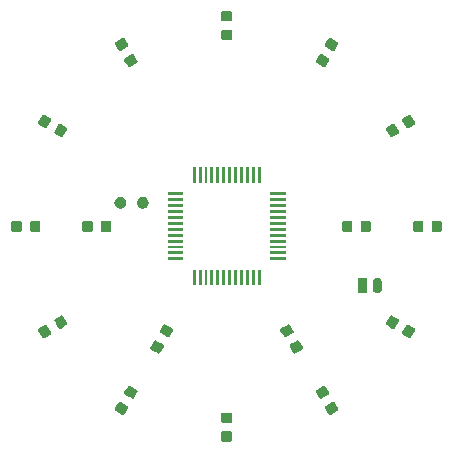
<source format=gbr>
G04 #@! TF.GenerationSoftware,KiCad,Pcbnew,5.1.4*
G04 #@! TF.CreationDate,2019-11-28T00:41:57+01:00*
G04 #@! TF.ProjectId,SICKWATCH1,5349434b-5741-4544-9348-312e6b696361,rev?*
G04 #@! TF.SameCoordinates,Original*
G04 #@! TF.FileFunction,Soldermask,Top*
G04 #@! TF.FilePolarity,Negative*
%FSLAX46Y46*%
G04 Gerber Fmt 4.6, Leading zero omitted, Abs format (unit mm)*
G04 Created by KiCad (PCBNEW 5.1.4) date 2019-11-28 00:41:57*
%MOMM*%
%LPD*%
G04 APERTURE LIST*
%ADD10C,0.100000*%
G04 APERTURE END LIST*
D10*
G36*
X100349116Y-117353595D02*
G01*
X100378311Y-117362452D01*
X100405223Y-117376837D01*
X100428808Y-117396192D01*
X100448163Y-117419777D01*
X100462548Y-117446689D01*
X100471405Y-117475884D01*
X100475000Y-117512390D01*
X100475000Y-118062610D01*
X100471405Y-118099116D01*
X100462548Y-118128311D01*
X100448163Y-118155223D01*
X100428808Y-118178808D01*
X100405223Y-118198163D01*
X100378311Y-118212548D01*
X100349116Y-118221405D01*
X100312610Y-118225000D01*
X99687390Y-118225000D01*
X99650884Y-118221405D01*
X99621689Y-118212548D01*
X99594777Y-118198163D01*
X99571192Y-118178808D01*
X99551837Y-118155223D01*
X99537452Y-118128311D01*
X99528595Y-118099116D01*
X99525000Y-118062610D01*
X99525000Y-117512390D01*
X99528595Y-117475884D01*
X99537452Y-117446689D01*
X99551837Y-117419777D01*
X99571192Y-117396192D01*
X99594777Y-117376837D01*
X99621689Y-117362452D01*
X99650884Y-117353595D01*
X99687390Y-117350000D01*
X100312610Y-117350000D01*
X100349116Y-117353595D01*
X100349116Y-117353595D01*
G37*
G36*
X100349116Y-115778595D02*
G01*
X100378311Y-115787452D01*
X100405223Y-115801837D01*
X100428808Y-115821192D01*
X100448163Y-115844777D01*
X100462548Y-115871689D01*
X100471405Y-115900884D01*
X100475000Y-115937390D01*
X100475000Y-116487610D01*
X100471405Y-116524116D01*
X100462548Y-116553311D01*
X100448163Y-116580223D01*
X100428808Y-116603808D01*
X100405223Y-116623163D01*
X100378311Y-116637548D01*
X100349116Y-116646405D01*
X100312610Y-116650000D01*
X99687390Y-116650000D01*
X99650884Y-116646405D01*
X99621689Y-116637548D01*
X99594777Y-116623163D01*
X99571192Y-116603808D01*
X99551837Y-116580223D01*
X99537452Y-116553311D01*
X99528595Y-116524116D01*
X99525000Y-116487610D01*
X99525000Y-115937390D01*
X99528595Y-115900884D01*
X99537452Y-115871689D01*
X99551837Y-115844777D01*
X99571192Y-115821192D01*
X99594777Y-115801837D01*
X99621689Y-115787452D01*
X99650884Y-115778595D01*
X99687390Y-115775000D01*
X100312610Y-115775000D01*
X100349116Y-115778595D01*
X100349116Y-115778595D01*
G37*
G36*
X90991146Y-114844736D02*
G01*
X91020859Y-114851665D01*
X91054273Y-114866804D01*
X91595719Y-115179407D01*
X91625546Y-115200782D01*
X91646402Y-115223048D01*
X91662516Y-115248964D01*
X91673264Y-115277517D01*
X91678233Y-115307617D01*
X91677235Y-115338117D01*
X91670306Y-115367830D01*
X91655167Y-115401244D01*
X91380064Y-115877738D01*
X91358689Y-115907565D01*
X91336423Y-115928421D01*
X91310507Y-115944535D01*
X91281954Y-115955283D01*
X91251854Y-115960252D01*
X91221354Y-115959254D01*
X91191641Y-115952325D01*
X91158227Y-115937186D01*
X90616781Y-115624583D01*
X90586954Y-115603208D01*
X90566098Y-115580942D01*
X90549984Y-115555026D01*
X90539236Y-115526473D01*
X90534267Y-115496373D01*
X90535265Y-115465873D01*
X90542194Y-115436160D01*
X90557333Y-115402746D01*
X90832436Y-114926252D01*
X90853811Y-114896425D01*
X90876077Y-114875569D01*
X90901993Y-114859455D01*
X90930546Y-114848707D01*
X90960646Y-114843738D01*
X90991146Y-114844736D01*
X90991146Y-114844736D01*
G37*
G36*
X109069454Y-114848707D02*
G01*
X109098007Y-114859455D01*
X109123923Y-114875569D01*
X109146189Y-114896425D01*
X109167564Y-114926252D01*
X109442667Y-115402746D01*
X109457806Y-115436160D01*
X109464735Y-115465873D01*
X109465733Y-115496373D01*
X109460764Y-115526473D01*
X109450016Y-115555026D01*
X109433902Y-115580942D01*
X109413046Y-115603208D01*
X109383219Y-115624583D01*
X108841773Y-115937186D01*
X108808359Y-115952325D01*
X108778646Y-115959254D01*
X108748146Y-115960252D01*
X108718046Y-115955283D01*
X108689493Y-115944535D01*
X108663577Y-115928421D01*
X108641311Y-115907565D01*
X108619936Y-115877738D01*
X108344833Y-115401244D01*
X108329694Y-115367830D01*
X108322765Y-115338117D01*
X108321767Y-115307617D01*
X108326736Y-115277517D01*
X108337484Y-115248964D01*
X108353598Y-115223048D01*
X108374454Y-115200782D01*
X108404281Y-115179407D01*
X108945727Y-114866804D01*
X108979141Y-114851665D01*
X109008854Y-114844736D01*
X109039354Y-114843738D01*
X109069454Y-114848707D01*
X109069454Y-114848707D01*
G37*
G36*
X91778646Y-113480746D02*
G01*
X91808359Y-113487675D01*
X91841773Y-113502814D01*
X92383219Y-113815417D01*
X92413046Y-113836792D01*
X92433902Y-113859058D01*
X92450016Y-113884974D01*
X92460764Y-113913527D01*
X92465733Y-113943627D01*
X92464735Y-113974127D01*
X92457806Y-114003840D01*
X92442667Y-114037254D01*
X92167564Y-114513748D01*
X92146189Y-114543575D01*
X92123923Y-114564431D01*
X92098007Y-114580545D01*
X92069454Y-114591293D01*
X92039354Y-114596262D01*
X92008854Y-114595264D01*
X91979141Y-114588335D01*
X91945727Y-114573196D01*
X91404281Y-114260593D01*
X91374454Y-114239218D01*
X91353598Y-114216952D01*
X91337484Y-114191036D01*
X91326736Y-114162483D01*
X91321767Y-114132383D01*
X91322765Y-114101883D01*
X91329694Y-114072170D01*
X91344833Y-114038756D01*
X91619936Y-113562262D01*
X91641311Y-113532435D01*
X91663577Y-113511579D01*
X91689493Y-113495465D01*
X91718046Y-113484717D01*
X91748146Y-113479748D01*
X91778646Y-113480746D01*
X91778646Y-113480746D01*
G37*
G36*
X108281954Y-113484717D02*
G01*
X108310507Y-113495465D01*
X108336423Y-113511579D01*
X108358689Y-113532435D01*
X108380064Y-113562262D01*
X108655167Y-114038756D01*
X108670306Y-114072170D01*
X108677235Y-114101883D01*
X108678233Y-114132383D01*
X108673264Y-114162483D01*
X108662516Y-114191036D01*
X108646402Y-114216952D01*
X108625546Y-114239218D01*
X108595719Y-114260593D01*
X108054273Y-114573196D01*
X108020859Y-114588335D01*
X107991146Y-114595264D01*
X107960646Y-114596262D01*
X107930546Y-114591293D01*
X107901993Y-114580545D01*
X107876077Y-114564431D01*
X107853811Y-114543575D01*
X107832436Y-114513748D01*
X107557333Y-114037254D01*
X107542194Y-114003840D01*
X107535265Y-113974127D01*
X107534267Y-113943627D01*
X107539236Y-113913527D01*
X107549984Y-113884974D01*
X107566098Y-113859058D01*
X107586954Y-113836792D01*
X107616781Y-113815417D01*
X108158227Y-113502814D01*
X108191641Y-113487675D01*
X108221354Y-113480746D01*
X108251854Y-113479748D01*
X108281954Y-113484717D01*
X108281954Y-113484717D01*
G37*
G36*
X106069454Y-109658707D02*
G01*
X106098007Y-109669455D01*
X106123923Y-109685569D01*
X106146189Y-109706425D01*
X106167564Y-109736252D01*
X106442667Y-110212746D01*
X106457806Y-110246160D01*
X106464735Y-110275873D01*
X106465733Y-110306373D01*
X106460764Y-110336473D01*
X106450016Y-110365026D01*
X106433902Y-110390942D01*
X106413046Y-110413208D01*
X106383219Y-110434583D01*
X105841773Y-110747186D01*
X105808359Y-110762325D01*
X105778646Y-110769254D01*
X105748146Y-110770252D01*
X105718046Y-110765283D01*
X105689493Y-110754535D01*
X105663577Y-110738421D01*
X105641311Y-110717565D01*
X105619936Y-110687738D01*
X105344833Y-110211244D01*
X105329694Y-110177830D01*
X105322765Y-110148117D01*
X105321767Y-110117617D01*
X105326736Y-110087517D01*
X105337484Y-110058964D01*
X105353598Y-110033048D01*
X105374454Y-110010782D01*
X105404281Y-109989407D01*
X105945727Y-109676804D01*
X105979141Y-109661665D01*
X106008854Y-109654736D01*
X106039354Y-109653738D01*
X106069454Y-109658707D01*
X106069454Y-109658707D01*
G37*
G36*
X93991146Y-109654736D02*
G01*
X94020859Y-109661665D01*
X94054273Y-109676804D01*
X94595719Y-109989407D01*
X94625546Y-110010782D01*
X94646402Y-110033048D01*
X94662516Y-110058964D01*
X94673264Y-110087517D01*
X94678233Y-110117617D01*
X94677235Y-110148117D01*
X94670306Y-110177830D01*
X94655167Y-110211244D01*
X94380064Y-110687738D01*
X94358689Y-110717565D01*
X94336423Y-110738421D01*
X94310507Y-110754535D01*
X94281954Y-110765283D01*
X94251854Y-110770252D01*
X94221354Y-110769254D01*
X94191641Y-110762325D01*
X94158227Y-110747186D01*
X93616781Y-110434583D01*
X93586954Y-110413208D01*
X93566098Y-110390942D01*
X93549984Y-110365026D01*
X93539236Y-110336473D01*
X93534267Y-110306373D01*
X93535265Y-110275873D01*
X93542194Y-110246160D01*
X93557333Y-110212746D01*
X93832436Y-109736252D01*
X93853811Y-109706425D01*
X93876077Y-109685569D01*
X93901993Y-109669455D01*
X93930546Y-109658707D01*
X93960646Y-109653738D01*
X93991146Y-109654736D01*
X93991146Y-109654736D01*
G37*
G36*
X115338117Y-108322765D02*
G01*
X115367830Y-108329694D01*
X115401244Y-108344833D01*
X115877738Y-108619936D01*
X115907565Y-108641311D01*
X115928421Y-108663577D01*
X115944535Y-108689493D01*
X115955283Y-108718046D01*
X115960252Y-108748146D01*
X115959254Y-108778646D01*
X115952325Y-108808359D01*
X115937186Y-108841773D01*
X115624583Y-109383219D01*
X115603208Y-109413046D01*
X115580942Y-109433902D01*
X115555026Y-109450016D01*
X115526473Y-109460764D01*
X115496373Y-109465733D01*
X115465873Y-109464735D01*
X115436160Y-109457806D01*
X115402746Y-109442667D01*
X114926252Y-109167564D01*
X114896425Y-109146189D01*
X114875569Y-109123923D01*
X114859455Y-109098007D01*
X114848707Y-109069454D01*
X114843738Y-109039354D01*
X114844736Y-109008854D01*
X114851665Y-108979141D01*
X114866804Y-108945727D01*
X115179407Y-108404281D01*
X115200782Y-108374454D01*
X115223048Y-108353598D01*
X115248964Y-108337484D01*
X115277517Y-108326736D01*
X115307617Y-108321767D01*
X115338117Y-108322765D01*
X115338117Y-108322765D01*
G37*
G36*
X84722483Y-108326736D02*
G01*
X84751036Y-108337484D01*
X84776952Y-108353598D01*
X84799218Y-108374454D01*
X84820593Y-108404281D01*
X85133196Y-108945727D01*
X85148335Y-108979141D01*
X85155264Y-109008854D01*
X85156262Y-109039354D01*
X85151293Y-109069454D01*
X85140545Y-109098007D01*
X85124431Y-109123923D01*
X85103575Y-109146189D01*
X85073748Y-109167564D01*
X84597254Y-109442667D01*
X84563840Y-109457806D01*
X84534127Y-109464735D01*
X84503627Y-109465733D01*
X84473527Y-109460764D01*
X84444974Y-109450016D01*
X84419058Y-109433902D01*
X84396792Y-109413046D01*
X84375417Y-109383219D01*
X84062814Y-108841773D01*
X84047675Y-108808359D01*
X84040746Y-108778646D01*
X84039748Y-108748146D01*
X84044717Y-108718046D01*
X84055465Y-108689493D01*
X84071579Y-108663577D01*
X84092435Y-108641311D01*
X84122262Y-108619936D01*
X84598756Y-108344833D01*
X84632170Y-108329694D01*
X84661883Y-108322765D01*
X84692383Y-108321767D01*
X84722483Y-108326736D01*
X84722483Y-108326736D01*
G37*
G36*
X94778646Y-108290746D02*
G01*
X94808359Y-108297675D01*
X94841773Y-108312814D01*
X95383219Y-108625417D01*
X95413046Y-108646792D01*
X95433902Y-108669058D01*
X95450016Y-108694974D01*
X95460764Y-108723527D01*
X95465733Y-108753627D01*
X95464735Y-108784127D01*
X95457806Y-108813840D01*
X95442667Y-108847254D01*
X95167564Y-109323748D01*
X95146189Y-109353575D01*
X95123923Y-109374431D01*
X95098007Y-109390545D01*
X95069454Y-109401293D01*
X95039354Y-109406262D01*
X95008854Y-109405264D01*
X94979141Y-109398335D01*
X94945727Y-109383196D01*
X94404281Y-109070593D01*
X94374454Y-109049218D01*
X94353598Y-109026952D01*
X94337484Y-109001036D01*
X94326736Y-108972483D01*
X94321767Y-108942383D01*
X94322765Y-108911883D01*
X94329694Y-108882170D01*
X94344833Y-108848756D01*
X94619936Y-108372262D01*
X94641311Y-108342435D01*
X94663577Y-108321579D01*
X94689493Y-108305465D01*
X94718046Y-108294717D01*
X94748146Y-108289748D01*
X94778646Y-108290746D01*
X94778646Y-108290746D01*
G37*
G36*
X105281954Y-108294717D02*
G01*
X105310507Y-108305465D01*
X105336423Y-108321579D01*
X105358689Y-108342435D01*
X105380064Y-108372262D01*
X105655167Y-108848756D01*
X105670306Y-108882170D01*
X105677235Y-108911883D01*
X105678233Y-108942383D01*
X105673264Y-108972483D01*
X105662516Y-109001036D01*
X105646402Y-109026952D01*
X105625546Y-109049218D01*
X105595719Y-109070593D01*
X105054273Y-109383196D01*
X105020859Y-109398335D01*
X104991146Y-109405264D01*
X104960646Y-109406262D01*
X104930546Y-109401293D01*
X104901993Y-109390545D01*
X104876077Y-109374431D01*
X104853811Y-109353575D01*
X104832436Y-109323748D01*
X104557333Y-108847254D01*
X104542194Y-108813840D01*
X104535265Y-108784127D01*
X104534267Y-108753627D01*
X104539236Y-108723527D01*
X104549984Y-108694974D01*
X104566098Y-108669058D01*
X104586954Y-108646792D01*
X104616781Y-108625417D01*
X105158227Y-108312814D01*
X105191641Y-108297675D01*
X105221354Y-108290746D01*
X105251854Y-108289748D01*
X105281954Y-108294717D01*
X105281954Y-108294717D01*
G37*
G36*
X86086473Y-107539236D02*
G01*
X86115026Y-107549984D01*
X86140942Y-107566098D01*
X86163208Y-107586954D01*
X86184583Y-107616781D01*
X86497186Y-108158227D01*
X86512325Y-108191641D01*
X86519254Y-108221354D01*
X86520252Y-108251854D01*
X86515283Y-108281954D01*
X86504535Y-108310507D01*
X86488421Y-108336423D01*
X86467565Y-108358689D01*
X86437738Y-108380064D01*
X85961244Y-108655167D01*
X85927830Y-108670306D01*
X85898117Y-108677235D01*
X85867617Y-108678233D01*
X85837517Y-108673264D01*
X85808964Y-108662516D01*
X85783048Y-108646402D01*
X85760782Y-108625546D01*
X85739407Y-108595719D01*
X85426804Y-108054273D01*
X85411665Y-108020859D01*
X85404736Y-107991146D01*
X85403738Y-107960646D01*
X85408707Y-107930546D01*
X85419455Y-107901993D01*
X85435569Y-107876077D01*
X85456425Y-107853811D01*
X85486252Y-107832436D01*
X85962746Y-107557333D01*
X85996160Y-107542194D01*
X86025873Y-107535265D01*
X86056373Y-107534267D01*
X86086473Y-107539236D01*
X86086473Y-107539236D01*
G37*
G36*
X113974127Y-107535265D02*
G01*
X114003840Y-107542194D01*
X114037254Y-107557333D01*
X114513748Y-107832436D01*
X114543575Y-107853811D01*
X114564431Y-107876077D01*
X114580545Y-107901993D01*
X114591293Y-107930546D01*
X114596262Y-107960646D01*
X114595264Y-107991146D01*
X114588335Y-108020859D01*
X114573196Y-108054273D01*
X114260593Y-108595719D01*
X114239218Y-108625546D01*
X114216952Y-108646402D01*
X114191036Y-108662516D01*
X114162483Y-108673264D01*
X114132383Y-108678233D01*
X114101883Y-108677235D01*
X114072170Y-108670306D01*
X114038756Y-108655167D01*
X113562262Y-108380064D01*
X113532435Y-108358689D01*
X113511579Y-108336423D01*
X113495465Y-108310507D01*
X113484717Y-108281954D01*
X113479748Y-108251854D01*
X113480746Y-108221354D01*
X113487675Y-108191641D01*
X113502814Y-108158227D01*
X113815417Y-107616781D01*
X113836792Y-107586954D01*
X113859058Y-107566098D01*
X113884974Y-107549984D01*
X113913527Y-107539236D01*
X113943627Y-107534267D01*
X113974127Y-107535265D01*
X113974127Y-107535265D01*
G37*
G36*
X112828413Y-104355788D02*
G01*
X112903813Y-104378660D01*
X112959787Y-104408579D01*
X112973304Y-104415804D01*
X113028122Y-104460792D01*
X113034211Y-104465789D01*
X113084197Y-104526697D01*
X113121340Y-104596186D01*
X113144212Y-104671586D01*
X113150000Y-104730353D01*
X113150000Y-105269647D01*
X113144212Y-105328414D01*
X113121340Y-105403814D01*
X113084197Y-105473303D01*
X113034211Y-105534211D01*
X112973303Y-105584197D01*
X112903814Y-105621340D01*
X112828414Y-105644212D01*
X112750000Y-105651935D01*
X112671587Y-105644212D01*
X112596187Y-105621340D01*
X112526698Y-105584197D01*
X112465790Y-105534211D01*
X112415804Y-105473303D01*
X112378661Y-105403814D01*
X112355789Y-105328414D01*
X112353884Y-105309069D01*
X112350000Y-105269645D01*
X112350000Y-104730354D01*
X112355788Y-104671591D01*
X112355788Y-104671587D01*
X112378660Y-104596187D01*
X112415803Y-104526698D01*
X112415804Y-104526696D01*
X112465789Y-104465789D01*
X112526696Y-104415804D01*
X112526695Y-104415804D01*
X112526697Y-104415803D01*
X112596186Y-104378660D01*
X112671586Y-104355788D01*
X112750000Y-104348065D01*
X112828413Y-104355788D01*
X112828413Y-104355788D01*
G37*
G36*
X111789208Y-104353235D02*
G01*
X111814886Y-104361025D01*
X111838557Y-104373677D01*
X111859300Y-104390700D01*
X111876323Y-104411443D01*
X111888975Y-104435114D01*
X111896765Y-104460792D01*
X111900000Y-104493640D01*
X111900000Y-105506360D01*
X111896765Y-105539208D01*
X111888975Y-105564886D01*
X111876323Y-105588557D01*
X111859300Y-105609300D01*
X111838557Y-105626323D01*
X111814886Y-105638975D01*
X111789208Y-105646765D01*
X111756360Y-105650000D01*
X111243640Y-105650000D01*
X111210792Y-105646765D01*
X111185114Y-105638975D01*
X111161443Y-105626323D01*
X111140700Y-105609300D01*
X111123677Y-105588557D01*
X111111025Y-105564886D01*
X111103235Y-105539208D01*
X111100000Y-105506360D01*
X111100000Y-104493640D01*
X111103235Y-104460792D01*
X111111025Y-104435114D01*
X111123677Y-104411443D01*
X111140700Y-104390700D01*
X111161443Y-104373677D01*
X111185114Y-104361025D01*
X111210792Y-104353235D01*
X111243640Y-104350000D01*
X111756360Y-104350000D01*
X111789208Y-104353235D01*
X111789208Y-104353235D01*
G37*
G36*
X100875000Y-105000000D02*
G01*
X100625000Y-105000000D01*
X100625000Y-103700000D01*
X100875000Y-103700000D01*
X100875000Y-105000000D01*
X100875000Y-105000000D01*
G37*
G36*
X100375000Y-105000000D02*
G01*
X100125000Y-105000000D01*
X100125000Y-103700000D01*
X100375000Y-103700000D01*
X100375000Y-105000000D01*
X100375000Y-105000000D01*
G37*
G36*
X101375000Y-105000000D02*
G01*
X101125000Y-105000000D01*
X101125000Y-103700000D01*
X101375000Y-103700000D01*
X101375000Y-105000000D01*
X101375000Y-105000000D01*
G37*
G36*
X101875000Y-105000000D02*
G01*
X101625000Y-105000000D01*
X101625000Y-103700000D01*
X101875000Y-103700000D01*
X101875000Y-105000000D01*
X101875000Y-105000000D01*
G37*
G36*
X102375000Y-105000000D02*
G01*
X102125000Y-105000000D01*
X102125000Y-103700000D01*
X102375000Y-103700000D01*
X102375000Y-105000000D01*
X102375000Y-105000000D01*
G37*
G36*
X102875000Y-105000000D02*
G01*
X102625000Y-105000000D01*
X102625000Y-103700000D01*
X102875000Y-103700000D01*
X102875000Y-105000000D01*
X102875000Y-105000000D01*
G37*
G36*
X99375000Y-105000000D02*
G01*
X99125000Y-105000000D01*
X99125000Y-103700000D01*
X99375000Y-103700000D01*
X99375000Y-105000000D01*
X99375000Y-105000000D01*
G37*
G36*
X98375000Y-105000000D02*
G01*
X98125000Y-105000000D01*
X98125000Y-103700000D01*
X98375000Y-103700000D01*
X98375000Y-105000000D01*
X98375000Y-105000000D01*
G37*
G36*
X97875000Y-105000000D02*
G01*
X97625000Y-105000000D01*
X97625000Y-103700000D01*
X97875000Y-103700000D01*
X97875000Y-105000000D01*
X97875000Y-105000000D01*
G37*
G36*
X97375000Y-105000000D02*
G01*
X97125000Y-105000000D01*
X97125000Y-103700000D01*
X97375000Y-103700000D01*
X97375000Y-105000000D01*
X97375000Y-105000000D01*
G37*
G36*
X98875000Y-105000000D02*
G01*
X98625000Y-105000000D01*
X98625000Y-103700000D01*
X98875000Y-103700000D01*
X98875000Y-105000000D01*
X98875000Y-105000000D01*
G37*
G36*
X99875000Y-105000000D02*
G01*
X99625000Y-105000000D01*
X99625000Y-103700000D01*
X99875000Y-103700000D01*
X99875000Y-105000000D01*
X99875000Y-105000000D01*
G37*
G36*
X105000000Y-102875000D02*
G01*
X103700000Y-102875000D01*
X103700000Y-102625000D01*
X105000000Y-102625000D01*
X105000000Y-102875000D01*
X105000000Y-102875000D01*
G37*
G36*
X96300000Y-102875000D02*
G01*
X95000000Y-102875000D01*
X95000000Y-102625000D01*
X96300000Y-102625000D01*
X96300000Y-102875000D01*
X96300000Y-102875000D01*
G37*
G36*
X105000000Y-102375000D02*
G01*
X103700000Y-102375000D01*
X103700000Y-102125000D01*
X105000000Y-102125000D01*
X105000000Y-102375000D01*
X105000000Y-102375000D01*
G37*
G36*
X96300000Y-102375000D02*
G01*
X95000000Y-102375000D01*
X95000000Y-102125000D01*
X96300000Y-102125000D01*
X96300000Y-102375000D01*
X96300000Y-102375000D01*
G37*
G36*
X105000000Y-101875000D02*
G01*
X103700000Y-101875000D01*
X103700000Y-101625000D01*
X105000000Y-101625000D01*
X105000000Y-101875000D01*
X105000000Y-101875000D01*
G37*
G36*
X96300000Y-101875000D02*
G01*
X95000000Y-101875000D01*
X95000000Y-101625000D01*
X96300000Y-101625000D01*
X96300000Y-101875000D01*
X96300000Y-101875000D01*
G37*
G36*
X105000000Y-101375000D02*
G01*
X103700000Y-101375000D01*
X103700000Y-101125000D01*
X105000000Y-101125000D01*
X105000000Y-101375000D01*
X105000000Y-101375000D01*
G37*
G36*
X96300000Y-101375000D02*
G01*
X95000000Y-101375000D01*
X95000000Y-101125000D01*
X96300000Y-101125000D01*
X96300000Y-101375000D01*
X96300000Y-101375000D01*
G37*
G36*
X105000000Y-100875000D02*
G01*
X103700000Y-100875000D01*
X103700000Y-100625000D01*
X105000000Y-100625000D01*
X105000000Y-100875000D01*
X105000000Y-100875000D01*
G37*
G36*
X96300000Y-100875000D02*
G01*
X95000000Y-100875000D01*
X95000000Y-100625000D01*
X96300000Y-100625000D01*
X96300000Y-100875000D01*
X96300000Y-100875000D01*
G37*
G36*
X112099116Y-99528595D02*
G01*
X112128311Y-99537452D01*
X112155223Y-99551837D01*
X112178808Y-99571192D01*
X112198163Y-99594777D01*
X112212548Y-99621689D01*
X112221405Y-99650884D01*
X112225000Y-99687390D01*
X112225000Y-100312610D01*
X112221405Y-100349116D01*
X112212548Y-100378311D01*
X112198163Y-100405223D01*
X112178808Y-100428808D01*
X112155223Y-100448163D01*
X112128311Y-100462548D01*
X112099116Y-100471405D01*
X112062610Y-100475000D01*
X111512390Y-100475000D01*
X111475884Y-100471405D01*
X111446689Y-100462548D01*
X111419777Y-100448163D01*
X111396192Y-100428808D01*
X111376837Y-100405223D01*
X111362452Y-100378311D01*
X111353595Y-100349116D01*
X111350000Y-100312610D01*
X111350000Y-99687390D01*
X111353595Y-99650884D01*
X111362452Y-99621689D01*
X111376837Y-99594777D01*
X111396192Y-99571192D01*
X111419777Y-99551837D01*
X111446689Y-99537452D01*
X111475884Y-99528595D01*
X111512390Y-99525000D01*
X112062610Y-99525000D01*
X112099116Y-99528595D01*
X112099116Y-99528595D01*
G37*
G36*
X110524116Y-99528595D02*
G01*
X110553311Y-99537452D01*
X110580223Y-99551837D01*
X110603808Y-99571192D01*
X110623163Y-99594777D01*
X110637548Y-99621689D01*
X110646405Y-99650884D01*
X110650000Y-99687390D01*
X110650000Y-100312610D01*
X110646405Y-100349116D01*
X110637548Y-100378311D01*
X110623163Y-100405223D01*
X110603808Y-100428808D01*
X110580223Y-100448163D01*
X110553311Y-100462548D01*
X110524116Y-100471405D01*
X110487610Y-100475000D01*
X109937390Y-100475000D01*
X109900884Y-100471405D01*
X109871689Y-100462548D01*
X109844777Y-100448163D01*
X109821192Y-100428808D01*
X109801837Y-100405223D01*
X109787452Y-100378311D01*
X109778595Y-100349116D01*
X109775000Y-100312610D01*
X109775000Y-99687390D01*
X109778595Y-99650884D01*
X109787452Y-99621689D01*
X109801837Y-99594777D01*
X109821192Y-99571192D01*
X109844777Y-99551837D01*
X109871689Y-99537452D01*
X109900884Y-99528595D01*
X109937390Y-99525000D01*
X110487610Y-99525000D01*
X110524116Y-99528595D01*
X110524116Y-99528595D01*
G37*
G36*
X88524116Y-99528595D02*
G01*
X88553311Y-99537452D01*
X88580223Y-99551837D01*
X88603808Y-99571192D01*
X88623163Y-99594777D01*
X88637548Y-99621689D01*
X88646405Y-99650884D01*
X88650000Y-99687390D01*
X88650000Y-100312610D01*
X88646405Y-100349116D01*
X88637548Y-100378311D01*
X88623163Y-100405223D01*
X88603808Y-100428808D01*
X88580223Y-100448163D01*
X88553311Y-100462548D01*
X88524116Y-100471405D01*
X88487610Y-100475000D01*
X87937390Y-100475000D01*
X87900884Y-100471405D01*
X87871689Y-100462548D01*
X87844777Y-100448163D01*
X87821192Y-100428808D01*
X87801837Y-100405223D01*
X87787452Y-100378311D01*
X87778595Y-100349116D01*
X87775000Y-100312610D01*
X87775000Y-99687390D01*
X87778595Y-99650884D01*
X87787452Y-99621689D01*
X87801837Y-99594777D01*
X87821192Y-99571192D01*
X87844777Y-99551837D01*
X87871689Y-99537452D01*
X87900884Y-99528595D01*
X87937390Y-99525000D01*
X88487610Y-99525000D01*
X88524116Y-99528595D01*
X88524116Y-99528595D01*
G37*
G36*
X90099116Y-99528595D02*
G01*
X90128311Y-99537452D01*
X90155223Y-99551837D01*
X90178808Y-99571192D01*
X90198163Y-99594777D01*
X90212548Y-99621689D01*
X90221405Y-99650884D01*
X90225000Y-99687390D01*
X90225000Y-100312610D01*
X90221405Y-100349116D01*
X90212548Y-100378311D01*
X90198163Y-100405223D01*
X90178808Y-100428808D01*
X90155223Y-100448163D01*
X90128311Y-100462548D01*
X90099116Y-100471405D01*
X90062610Y-100475000D01*
X89512390Y-100475000D01*
X89475884Y-100471405D01*
X89446689Y-100462548D01*
X89419777Y-100448163D01*
X89396192Y-100428808D01*
X89376837Y-100405223D01*
X89362452Y-100378311D01*
X89353595Y-100349116D01*
X89350000Y-100312610D01*
X89350000Y-99687390D01*
X89353595Y-99650884D01*
X89362452Y-99621689D01*
X89376837Y-99594777D01*
X89396192Y-99571192D01*
X89419777Y-99551837D01*
X89446689Y-99537452D01*
X89475884Y-99528595D01*
X89512390Y-99525000D01*
X90062610Y-99525000D01*
X90099116Y-99528595D01*
X90099116Y-99528595D01*
G37*
G36*
X116524116Y-99528595D02*
G01*
X116553311Y-99537452D01*
X116580223Y-99551837D01*
X116603808Y-99571192D01*
X116623163Y-99594777D01*
X116637548Y-99621689D01*
X116646405Y-99650884D01*
X116650000Y-99687390D01*
X116650000Y-100312610D01*
X116646405Y-100349116D01*
X116637548Y-100378311D01*
X116623163Y-100405223D01*
X116603808Y-100428808D01*
X116580223Y-100448163D01*
X116553311Y-100462548D01*
X116524116Y-100471405D01*
X116487610Y-100475000D01*
X115937390Y-100475000D01*
X115900884Y-100471405D01*
X115871689Y-100462548D01*
X115844777Y-100448163D01*
X115821192Y-100428808D01*
X115801837Y-100405223D01*
X115787452Y-100378311D01*
X115778595Y-100349116D01*
X115775000Y-100312610D01*
X115775000Y-99687390D01*
X115778595Y-99650884D01*
X115787452Y-99621689D01*
X115801837Y-99594777D01*
X115821192Y-99571192D01*
X115844777Y-99551837D01*
X115871689Y-99537452D01*
X115900884Y-99528595D01*
X115937390Y-99525000D01*
X116487610Y-99525000D01*
X116524116Y-99528595D01*
X116524116Y-99528595D01*
G37*
G36*
X118099116Y-99528595D02*
G01*
X118128311Y-99537452D01*
X118155223Y-99551837D01*
X118178808Y-99571192D01*
X118198163Y-99594777D01*
X118212548Y-99621689D01*
X118221405Y-99650884D01*
X118225000Y-99687390D01*
X118225000Y-100312610D01*
X118221405Y-100349116D01*
X118212548Y-100378311D01*
X118198163Y-100405223D01*
X118178808Y-100428808D01*
X118155223Y-100448163D01*
X118128311Y-100462548D01*
X118099116Y-100471405D01*
X118062610Y-100475000D01*
X117512390Y-100475000D01*
X117475884Y-100471405D01*
X117446689Y-100462548D01*
X117419777Y-100448163D01*
X117396192Y-100428808D01*
X117376837Y-100405223D01*
X117362452Y-100378311D01*
X117353595Y-100349116D01*
X117350000Y-100312610D01*
X117350000Y-99687390D01*
X117353595Y-99650884D01*
X117362452Y-99621689D01*
X117376837Y-99594777D01*
X117396192Y-99571192D01*
X117419777Y-99551837D01*
X117446689Y-99537452D01*
X117475884Y-99528595D01*
X117512390Y-99525000D01*
X118062610Y-99525000D01*
X118099116Y-99528595D01*
X118099116Y-99528595D01*
G37*
G36*
X82524116Y-99528595D02*
G01*
X82553311Y-99537452D01*
X82580223Y-99551837D01*
X82603808Y-99571192D01*
X82623163Y-99594777D01*
X82637548Y-99621689D01*
X82646405Y-99650884D01*
X82650000Y-99687390D01*
X82650000Y-100312610D01*
X82646405Y-100349116D01*
X82637548Y-100378311D01*
X82623163Y-100405223D01*
X82603808Y-100428808D01*
X82580223Y-100448163D01*
X82553311Y-100462548D01*
X82524116Y-100471405D01*
X82487610Y-100475000D01*
X81937390Y-100475000D01*
X81900884Y-100471405D01*
X81871689Y-100462548D01*
X81844777Y-100448163D01*
X81821192Y-100428808D01*
X81801837Y-100405223D01*
X81787452Y-100378311D01*
X81778595Y-100349116D01*
X81775000Y-100312610D01*
X81775000Y-99687390D01*
X81778595Y-99650884D01*
X81787452Y-99621689D01*
X81801837Y-99594777D01*
X81821192Y-99571192D01*
X81844777Y-99551837D01*
X81871689Y-99537452D01*
X81900884Y-99528595D01*
X81937390Y-99525000D01*
X82487610Y-99525000D01*
X82524116Y-99528595D01*
X82524116Y-99528595D01*
G37*
G36*
X84099116Y-99528595D02*
G01*
X84128311Y-99537452D01*
X84155223Y-99551837D01*
X84178808Y-99571192D01*
X84198163Y-99594777D01*
X84212548Y-99621689D01*
X84221405Y-99650884D01*
X84225000Y-99687390D01*
X84225000Y-100312610D01*
X84221405Y-100349116D01*
X84212548Y-100378311D01*
X84198163Y-100405223D01*
X84178808Y-100428808D01*
X84155223Y-100448163D01*
X84128311Y-100462548D01*
X84099116Y-100471405D01*
X84062610Y-100475000D01*
X83512390Y-100475000D01*
X83475884Y-100471405D01*
X83446689Y-100462548D01*
X83419777Y-100448163D01*
X83396192Y-100428808D01*
X83376837Y-100405223D01*
X83362452Y-100378311D01*
X83353595Y-100349116D01*
X83350000Y-100312610D01*
X83350000Y-99687390D01*
X83353595Y-99650884D01*
X83362452Y-99621689D01*
X83376837Y-99594777D01*
X83396192Y-99571192D01*
X83419777Y-99551837D01*
X83446689Y-99537452D01*
X83475884Y-99528595D01*
X83512390Y-99525000D01*
X84062610Y-99525000D01*
X84099116Y-99528595D01*
X84099116Y-99528595D01*
G37*
G36*
X96300000Y-100375000D02*
G01*
X95000000Y-100375000D01*
X95000000Y-100125000D01*
X96300000Y-100125000D01*
X96300000Y-100375000D01*
X96300000Y-100375000D01*
G37*
G36*
X105000000Y-100375000D02*
G01*
X103700000Y-100375000D01*
X103700000Y-100125000D01*
X105000000Y-100125000D01*
X105000000Y-100375000D01*
X105000000Y-100375000D01*
G37*
G36*
X96300000Y-99875000D02*
G01*
X95000000Y-99875000D01*
X95000000Y-99625000D01*
X96300000Y-99625000D01*
X96300000Y-99875000D01*
X96300000Y-99875000D01*
G37*
G36*
X105000000Y-99875000D02*
G01*
X103700000Y-99875000D01*
X103700000Y-99625000D01*
X105000000Y-99625000D01*
X105000000Y-99875000D01*
X105000000Y-99875000D01*
G37*
G36*
X96300000Y-99375000D02*
G01*
X95000000Y-99375000D01*
X95000000Y-99125000D01*
X96300000Y-99125000D01*
X96300000Y-99375000D01*
X96300000Y-99375000D01*
G37*
G36*
X105000000Y-99375000D02*
G01*
X103700000Y-99375000D01*
X103700000Y-99125000D01*
X105000000Y-99125000D01*
X105000000Y-99375000D01*
X105000000Y-99375000D01*
G37*
G36*
X105000000Y-98875000D02*
G01*
X103700000Y-98875000D01*
X103700000Y-98625000D01*
X105000000Y-98625000D01*
X105000000Y-98875000D01*
X105000000Y-98875000D01*
G37*
G36*
X96300000Y-98875000D02*
G01*
X95000000Y-98875000D01*
X95000000Y-98625000D01*
X96300000Y-98625000D01*
X96300000Y-98875000D01*
X96300000Y-98875000D01*
G37*
G36*
X93045843Y-97519214D02*
G01*
X93045846Y-97519215D01*
X93045845Y-97519215D01*
X93136839Y-97556906D01*
X93178063Y-97584451D01*
X93218730Y-97611624D01*
X93288376Y-97681270D01*
X93343095Y-97763163D01*
X93380786Y-97854157D01*
X93400000Y-97950753D01*
X93400000Y-98049247D01*
X93380786Y-98145843D01*
X93380785Y-98145845D01*
X93343094Y-98236839D01*
X93288375Y-98318731D01*
X93218731Y-98388375D01*
X93136839Y-98443094D01*
X93136838Y-98443095D01*
X93136837Y-98443095D01*
X93045843Y-98480786D01*
X92949247Y-98500000D01*
X92850753Y-98500000D01*
X92754157Y-98480786D01*
X92663163Y-98443095D01*
X92663162Y-98443095D01*
X92663161Y-98443094D01*
X92581269Y-98388375D01*
X92511625Y-98318731D01*
X92456906Y-98236839D01*
X92419215Y-98145845D01*
X92419214Y-98145843D01*
X92400000Y-98049247D01*
X92400000Y-97950753D01*
X92419214Y-97854157D01*
X92456905Y-97763163D01*
X92511624Y-97681270D01*
X92581270Y-97611624D01*
X92621937Y-97584451D01*
X92663161Y-97556906D01*
X92754155Y-97519215D01*
X92754154Y-97519215D01*
X92754157Y-97519214D01*
X92850753Y-97500000D01*
X92949247Y-97500000D01*
X93045843Y-97519214D01*
X93045843Y-97519214D01*
G37*
G36*
X91145843Y-97519214D02*
G01*
X91145846Y-97519215D01*
X91145845Y-97519215D01*
X91236839Y-97556906D01*
X91278063Y-97584451D01*
X91318730Y-97611624D01*
X91388376Y-97681270D01*
X91443095Y-97763163D01*
X91480786Y-97854157D01*
X91500000Y-97950753D01*
X91500000Y-98049247D01*
X91480786Y-98145843D01*
X91480785Y-98145845D01*
X91443094Y-98236839D01*
X91388375Y-98318731D01*
X91318731Y-98388375D01*
X91236839Y-98443094D01*
X91236838Y-98443095D01*
X91236837Y-98443095D01*
X91145843Y-98480786D01*
X91049247Y-98500000D01*
X90950753Y-98500000D01*
X90854157Y-98480786D01*
X90763163Y-98443095D01*
X90763162Y-98443095D01*
X90763161Y-98443094D01*
X90681269Y-98388375D01*
X90611625Y-98318731D01*
X90556906Y-98236839D01*
X90519215Y-98145845D01*
X90519214Y-98145843D01*
X90500000Y-98049247D01*
X90500000Y-97950753D01*
X90519214Y-97854157D01*
X90556905Y-97763163D01*
X90611624Y-97681270D01*
X90681270Y-97611624D01*
X90721937Y-97584451D01*
X90763161Y-97556906D01*
X90854155Y-97519215D01*
X90854154Y-97519215D01*
X90854157Y-97519214D01*
X90950753Y-97500000D01*
X91049247Y-97500000D01*
X91145843Y-97519214D01*
X91145843Y-97519214D01*
G37*
G36*
X96300000Y-98375000D02*
G01*
X95000000Y-98375000D01*
X95000000Y-98125000D01*
X96300000Y-98125000D01*
X96300000Y-98375000D01*
X96300000Y-98375000D01*
G37*
G36*
X105000000Y-98375000D02*
G01*
X103700000Y-98375000D01*
X103700000Y-98125000D01*
X105000000Y-98125000D01*
X105000000Y-98375000D01*
X105000000Y-98375000D01*
G37*
G36*
X96300000Y-97875000D02*
G01*
X95000000Y-97875000D01*
X95000000Y-97625000D01*
X96300000Y-97625000D01*
X96300000Y-97875000D01*
X96300000Y-97875000D01*
G37*
G36*
X105000000Y-97875000D02*
G01*
X103700000Y-97875000D01*
X103700000Y-97625000D01*
X105000000Y-97625000D01*
X105000000Y-97875000D01*
X105000000Y-97875000D01*
G37*
G36*
X96300000Y-97375000D02*
G01*
X95000000Y-97375000D01*
X95000000Y-97125000D01*
X96300000Y-97125000D01*
X96300000Y-97375000D01*
X96300000Y-97375000D01*
G37*
G36*
X105000000Y-97375000D02*
G01*
X103700000Y-97375000D01*
X103700000Y-97125000D01*
X105000000Y-97125000D01*
X105000000Y-97375000D01*
X105000000Y-97375000D01*
G37*
G36*
X97375000Y-96300000D02*
G01*
X97125000Y-96300000D01*
X97125000Y-95000000D01*
X97375000Y-95000000D01*
X97375000Y-96300000D01*
X97375000Y-96300000D01*
G37*
G36*
X98375000Y-96300000D02*
G01*
X98125000Y-96300000D01*
X98125000Y-95000000D01*
X98375000Y-95000000D01*
X98375000Y-96300000D01*
X98375000Y-96300000D01*
G37*
G36*
X98875000Y-96300000D02*
G01*
X98625000Y-96300000D01*
X98625000Y-95000000D01*
X98875000Y-95000000D01*
X98875000Y-96300000D01*
X98875000Y-96300000D01*
G37*
G36*
X99375000Y-96300000D02*
G01*
X99125000Y-96300000D01*
X99125000Y-95000000D01*
X99375000Y-95000000D01*
X99375000Y-96300000D01*
X99375000Y-96300000D01*
G37*
G36*
X99875000Y-96300000D02*
G01*
X99625000Y-96300000D01*
X99625000Y-95000000D01*
X99875000Y-95000000D01*
X99875000Y-96300000D01*
X99875000Y-96300000D01*
G37*
G36*
X100375000Y-96300000D02*
G01*
X100125000Y-96300000D01*
X100125000Y-95000000D01*
X100375000Y-95000000D01*
X100375000Y-96300000D01*
X100375000Y-96300000D01*
G37*
G36*
X100875000Y-96300000D02*
G01*
X100625000Y-96300000D01*
X100625000Y-95000000D01*
X100875000Y-95000000D01*
X100875000Y-96300000D01*
X100875000Y-96300000D01*
G37*
G36*
X101375000Y-96300000D02*
G01*
X101125000Y-96300000D01*
X101125000Y-95000000D01*
X101375000Y-95000000D01*
X101375000Y-96300000D01*
X101375000Y-96300000D01*
G37*
G36*
X101875000Y-96300000D02*
G01*
X101625000Y-96300000D01*
X101625000Y-95000000D01*
X101875000Y-95000000D01*
X101875000Y-96300000D01*
X101875000Y-96300000D01*
G37*
G36*
X102375000Y-96300000D02*
G01*
X102125000Y-96300000D01*
X102125000Y-95000000D01*
X102375000Y-95000000D01*
X102375000Y-96300000D01*
X102375000Y-96300000D01*
G37*
G36*
X102875000Y-96300000D02*
G01*
X102625000Y-96300000D01*
X102625000Y-95000000D01*
X102875000Y-95000000D01*
X102875000Y-96300000D01*
X102875000Y-96300000D01*
G37*
G36*
X97875000Y-96300000D02*
G01*
X97625000Y-96300000D01*
X97625000Y-95000000D01*
X97875000Y-95000000D01*
X97875000Y-96300000D01*
X97875000Y-96300000D01*
G37*
G36*
X114162483Y-91326736D02*
G01*
X114191036Y-91337484D01*
X114216952Y-91353598D01*
X114239218Y-91374454D01*
X114260593Y-91404281D01*
X114573196Y-91945727D01*
X114588335Y-91979141D01*
X114595264Y-92008854D01*
X114596262Y-92039354D01*
X114591293Y-92069454D01*
X114580545Y-92098007D01*
X114564431Y-92123923D01*
X114543575Y-92146189D01*
X114513748Y-92167564D01*
X114037254Y-92442667D01*
X114003840Y-92457806D01*
X113974127Y-92464735D01*
X113943627Y-92465733D01*
X113913527Y-92460764D01*
X113884974Y-92450016D01*
X113859058Y-92433902D01*
X113836792Y-92413046D01*
X113815417Y-92383219D01*
X113502814Y-91841773D01*
X113487675Y-91808359D01*
X113480746Y-91778646D01*
X113479748Y-91748146D01*
X113484717Y-91718046D01*
X113495465Y-91689493D01*
X113511579Y-91663577D01*
X113532435Y-91641311D01*
X113562262Y-91619936D01*
X114038756Y-91344833D01*
X114072170Y-91329694D01*
X114101883Y-91322765D01*
X114132383Y-91321767D01*
X114162483Y-91326736D01*
X114162483Y-91326736D01*
G37*
G36*
X85898117Y-91322765D02*
G01*
X85927830Y-91329694D01*
X85961244Y-91344833D01*
X86437738Y-91619936D01*
X86467565Y-91641311D01*
X86488421Y-91663577D01*
X86504535Y-91689493D01*
X86515283Y-91718046D01*
X86520252Y-91748146D01*
X86519254Y-91778646D01*
X86512325Y-91808359D01*
X86497186Y-91841773D01*
X86184583Y-92383219D01*
X86163208Y-92413046D01*
X86140942Y-92433902D01*
X86115026Y-92450016D01*
X86086473Y-92460764D01*
X86056373Y-92465733D01*
X86025873Y-92464735D01*
X85996160Y-92457806D01*
X85962746Y-92442667D01*
X85486252Y-92167564D01*
X85456425Y-92146189D01*
X85435569Y-92123923D01*
X85419455Y-92098007D01*
X85408707Y-92069454D01*
X85403738Y-92039354D01*
X85404736Y-92008854D01*
X85411665Y-91979141D01*
X85426804Y-91945727D01*
X85739407Y-91404281D01*
X85760782Y-91374454D01*
X85783048Y-91353598D01*
X85808964Y-91337484D01*
X85837517Y-91326736D01*
X85867617Y-91321767D01*
X85898117Y-91322765D01*
X85898117Y-91322765D01*
G37*
G36*
X115526473Y-90539236D02*
G01*
X115555026Y-90549984D01*
X115580942Y-90566098D01*
X115603208Y-90586954D01*
X115624583Y-90616781D01*
X115937186Y-91158227D01*
X115952325Y-91191641D01*
X115959254Y-91221354D01*
X115960252Y-91251854D01*
X115955283Y-91281954D01*
X115944535Y-91310507D01*
X115928421Y-91336423D01*
X115907565Y-91358689D01*
X115877738Y-91380064D01*
X115401244Y-91655167D01*
X115367830Y-91670306D01*
X115338117Y-91677235D01*
X115307617Y-91678233D01*
X115277517Y-91673264D01*
X115248964Y-91662516D01*
X115223048Y-91646402D01*
X115200782Y-91625546D01*
X115179407Y-91595719D01*
X114866804Y-91054273D01*
X114851665Y-91020859D01*
X114844736Y-90991146D01*
X114843738Y-90960646D01*
X114848707Y-90930546D01*
X114859455Y-90901993D01*
X114875569Y-90876077D01*
X114896425Y-90853811D01*
X114926252Y-90832436D01*
X115402746Y-90557333D01*
X115436160Y-90542194D01*
X115465873Y-90535265D01*
X115496373Y-90534267D01*
X115526473Y-90539236D01*
X115526473Y-90539236D01*
G37*
G36*
X84534127Y-90535265D02*
G01*
X84563840Y-90542194D01*
X84597254Y-90557333D01*
X85073748Y-90832436D01*
X85103575Y-90853811D01*
X85124431Y-90876077D01*
X85140545Y-90901993D01*
X85151293Y-90930546D01*
X85156262Y-90960646D01*
X85155264Y-90991146D01*
X85148335Y-91020859D01*
X85133196Y-91054273D01*
X84820593Y-91595719D01*
X84799218Y-91625546D01*
X84776952Y-91646402D01*
X84751036Y-91662516D01*
X84722483Y-91673264D01*
X84692383Y-91678233D01*
X84661883Y-91677235D01*
X84632170Y-91670306D01*
X84598756Y-91655167D01*
X84122262Y-91380064D01*
X84092435Y-91358689D01*
X84071579Y-91336423D01*
X84055465Y-91310507D01*
X84044717Y-91281954D01*
X84039748Y-91251854D01*
X84040746Y-91221354D01*
X84047675Y-91191641D01*
X84062814Y-91158227D01*
X84375417Y-90616781D01*
X84396792Y-90586954D01*
X84419058Y-90566098D01*
X84444974Y-90549984D01*
X84473527Y-90539236D01*
X84503627Y-90534267D01*
X84534127Y-90535265D01*
X84534127Y-90535265D01*
G37*
G36*
X92069454Y-85408707D02*
G01*
X92098007Y-85419455D01*
X92123923Y-85435569D01*
X92146189Y-85456425D01*
X92167564Y-85486252D01*
X92442667Y-85962746D01*
X92457806Y-85996160D01*
X92464735Y-86025873D01*
X92465733Y-86056373D01*
X92460764Y-86086473D01*
X92450016Y-86115026D01*
X92433902Y-86140942D01*
X92413046Y-86163208D01*
X92383219Y-86184583D01*
X91841773Y-86497186D01*
X91808359Y-86512325D01*
X91778646Y-86519254D01*
X91748146Y-86520252D01*
X91718046Y-86515283D01*
X91689493Y-86504535D01*
X91663577Y-86488421D01*
X91641311Y-86467565D01*
X91619936Y-86437738D01*
X91344833Y-85961244D01*
X91329694Y-85927830D01*
X91322765Y-85898117D01*
X91321767Y-85867617D01*
X91326736Y-85837517D01*
X91337484Y-85808964D01*
X91353598Y-85783048D01*
X91374454Y-85760782D01*
X91404281Y-85739407D01*
X91945727Y-85426804D01*
X91979141Y-85411665D01*
X92008854Y-85404736D01*
X92039354Y-85403738D01*
X92069454Y-85408707D01*
X92069454Y-85408707D01*
G37*
G36*
X107991146Y-85404736D02*
G01*
X108020859Y-85411665D01*
X108054273Y-85426804D01*
X108595719Y-85739407D01*
X108625546Y-85760782D01*
X108646402Y-85783048D01*
X108662516Y-85808964D01*
X108673264Y-85837517D01*
X108678233Y-85867617D01*
X108677235Y-85898117D01*
X108670306Y-85927830D01*
X108655167Y-85961244D01*
X108380064Y-86437738D01*
X108358689Y-86467565D01*
X108336423Y-86488421D01*
X108310507Y-86504535D01*
X108281954Y-86515283D01*
X108251854Y-86520252D01*
X108221354Y-86519254D01*
X108191641Y-86512325D01*
X108158227Y-86497186D01*
X107616781Y-86184583D01*
X107586954Y-86163208D01*
X107566098Y-86140942D01*
X107549984Y-86115026D01*
X107539236Y-86086473D01*
X107534267Y-86056373D01*
X107535265Y-86025873D01*
X107542194Y-85996160D01*
X107557333Y-85962746D01*
X107832436Y-85486252D01*
X107853811Y-85456425D01*
X107876077Y-85435569D01*
X107901993Y-85419455D01*
X107930546Y-85408707D01*
X107960646Y-85403738D01*
X107991146Y-85404736D01*
X107991146Y-85404736D01*
G37*
G36*
X91281954Y-84044717D02*
G01*
X91310507Y-84055465D01*
X91336423Y-84071579D01*
X91358689Y-84092435D01*
X91380064Y-84122262D01*
X91655167Y-84598756D01*
X91670306Y-84632170D01*
X91677235Y-84661883D01*
X91678233Y-84692383D01*
X91673264Y-84722483D01*
X91662516Y-84751036D01*
X91646402Y-84776952D01*
X91625546Y-84799218D01*
X91595719Y-84820593D01*
X91054273Y-85133196D01*
X91020859Y-85148335D01*
X90991146Y-85155264D01*
X90960646Y-85156262D01*
X90930546Y-85151293D01*
X90901993Y-85140545D01*
X90876077Y-85124431D01*
X90853811Y-85103575D01*
X90832436Y-85073748D01*
X90557333Y-84597254D01*
X90542194Y-84563840D01*
X90535265Y-84534127D01*
X90534267Y-84503627D01*
X90539236Y-84473527D01*
X90549984Y-84444974D01*
X90566098Y-84419058D01*
X90586954Y-84396792D01*
X90616781Y-84375417D01*
X91158227Y-84062814D01*
X91191641Y-84047675D01*
X91221354Y-84040746D01*
X91251854Y-84039748D01*
X91281954Y-84044717D01*
X91281954Y-84044717D01*
G37*
G36*
X108778646Y-84040746D02*
G01*
X108808359Y-84047675D01*
X108841773Y-84062814D01*
X109383219Y-84375417D01*
X109413046Y-84396792D01*
X109433902Y-84419058D01*
X109450016Y-84444974D01*
X109460764Y-84473527D01*
X109465733Y-84503627D01*
X109464735Y-84534127D01*
X109457806Y-84563840D01*
X109442667Y-84597254D01*
X109167564Y-85073748D01*
X109146189Y-85103575D01*
X109123923Y-85124431D01*
X109098007Y-85140545D01*
X109069454Y-85151293D01*
X109039354Y-85156262D01*
X109008854Y-85155264D01*
X108979141Y-85148335D01*
X108945727Y-85133196D01*
X108404281Y-84820593D01*
X108374454Y-84799218D01*
X108353598Y-84776952D01*
X108337484Y-84751036D01*
X108326736Y-84722483D01*
X108321767Y-84692383D01*
X108322765Y-84661883D01*
X108329694Y-84632170D01*
X108344833Y-84598756D01*
X108619936Y-84122262D01*
X108641311Y-84092435D01*
X108663577Y-84071579D01*
X108689493Y-84055465D01*
X108718046Y-84044717D01*
X108748146Y-84039748D01*
X108778646Y-84040746D01*
X108778646Y-84040746D01*
G37*
G36*
X100349116Y-83353595D02*
G01*
X100378311Y-83362452D01*
X100405223Y-83376837D01*
X100428808Y-83396192D01*
X100448163Y-83419777D01*
X100462548Y-83446689D01*
X100471405Y-83475884D01*
X100475000Y-83512390D01*
X100475000Y-84062610D01*
X100471405Y-84099116D01*
X100462548Y-84128311D01*
X100448163Y-84155223D01*
X100428808Y-84178808D01*
X100405223Y-84198163D01*
X100378311Y-84212548D01*
X100349116Y-84221405D01*
X100312610Y-84225000D01*
X99687390Y-84225000D01*
X99650884Y-84221405D01*
X99621689Y-84212548D01*
X99594777Y-84198163D01*
X99571192Y-84178808D01*
X99551837Y-84155223D01*
X99537452Y-84128311D01*
X99528595Y-84099116D01*
X99525000Y-84062610D01*
X99525000Y-83512390D01*
X99528595Y-83475884D01*
X99537452Y-83446689D01*
X99551837Y-83419777D01*
X99571192Y-83396192D01*
X99594777Y-83376837D01*
X99621689Y-83362452D01*
X99650884Y-83353595D01*
X99687390Y-83350000D01*
X100312610Y-83350000D01*
X100349116Y-83353595D01*
X100349116Y-83353595D01*
G37*
G36*
X100349116Y-81778595D02*
G01*
X100378311Y-81787452D01*
X100405223Y-81801837D01*
X100428808Y-81821192D01*
X100448163Y-81844777D01*
X100462548Y-81871689D01*
X100471405Y-81900884D01*
X100475000Y-81937390D01*
X100475000Y-82487610D01*
X100471405Y-82524116D01*
X100462548Y-82553311D01*
X100448163Y-82580223D01*
X100428808Y-82603808D01*
X100405223Y-82623163D01*
X100378311Y-82637548D01*
X100349116Y-82646405D01*
X100312610Y-82650000D01*
X99687390Y-82650000D01*
X99650884Y-82646405D01*
X99621689Y-82637548D01*
X99594777Y-82623163D01*
X99571192Y-82603808D01*
X99551837Y-82580223D01*
X99537452Y-82553311D01*
X99528595Y-82524116D01*
X99525000Y-82487610D01*
X99525000Y-81937390D01*
X99528595Y-81900884D01*
X99537452Y-81871689D01*
X99551837Y-81844777D01*
X99571192Y-81821192D01*
X99594777Y-81801837D01*
X99621689Y-81787452D01*
X99650884Y-81778595D01*
X99687390Y-81775000D01*
X100312610Y-81775000D01*
X100349116Y-81778595D01*
X100349116Y-81778595D01*
G37*
M02*

</source>
